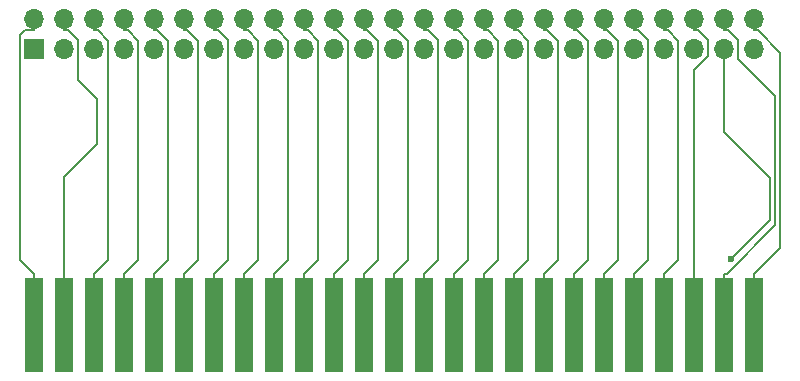
<source format=gbr>
%TF.GenerationSoftware,KiCad,Pcbnew,8.0.2-1*%
%TF.CreationDate,2024-07-05T22:00:38-03:00*%
%TF.ProjectId,msx-simple-proto,6d73782d-7369-46d7-906c-652d70726f74,0.1*%
%TF.SameCoordinates,Original*%
%TF.FileFunction,Copper,L2,Bot*%
%TF.FilePolarity,Positive*%
%FSLAX46Y46*%
G04 Gerber Fmt 4.6, Leading zero omitted, Abs format (unit mm)*
G04 Created by KiCad (PCBNEW 8.0.2-1) date 2024-07-05 22:00:38*
%MOMM*%
%LPD*%
G01*
G04 APERTURE LIST*
%TA.AperFunction,ConnectorPad*%
%ADD10R,1.500000X8.000000*%
%TD*%
%TA.AperFunction,ComponentPad*%
%ADD11O,1.700000X1.700000*%
%TD*%
%TA.AperFunction,ComponentPad*%
%ADD12R,1.700000X1.700000*%
%TD*%
%TA.AperFunction,ViaPad*%
%ADD13C,0.600000*%
%TD*%
%TA.AperFunction,Conductor*%
%ADD14C,0.200000*%
%TD*%
G04 APERTURE END LIST*
D10*
%TO.P,CART1,1*%
%TO.N,/CS1*%
X188492025Y-129867202D03*
%TO.P,CART1,3*%
%TO.N,/CS12*%
X185952025Y-129867202D03*
%TO.P,CART1,5*%
%TO.N,RSV*%
X183412025Y-129867202D03*
%TO.P,CART1,7*%
%TO.N,/WAIT*%
X180872025Y-129867202D03*
%TO.P,CART1,9*%
%TO.N,/M1*%
X178332025Y-129867202D03*
%TO.P,CART1,11*%
%TO.N,/IORQ*%
X175792025Y-129867202D03*
%TO.P,CART1,13*%
%TO.N,/WR*%
X173252025Y-129867202D03*
%TO.P,CART1,15*%
%TO.N,/RESET*%
X170712025Y-129867202D03*
%TO.P,CART1,17*%
%TO.N,A9*%
X168172025Y-129867202D03*
%TO.P,CART1,19*%
%TO.N,A11*%
X165632025Y-129867202D03*
%TO.P,CART1,21*%
%TO.N,A7*%
X163092025Y-129867202D03*
%TO.P,CART1,23*%
%TO.N,A12*%
X160552025Y-129867202D03*
%TO.P,CART1,25*%
%TO.N,A14*%
X158012025Y-129867202D03*
%TO.P,CART1,27*%
%TO.N,A1*%
X155472025Y-129867202D03*
%TO.P,CART1,29*%
%TO.N,A3*%
X152932025Y-129867202D03*
%TO.P,CART1,31*%
%TO.N,A5*%
X150392025Y-129867202D03*
%TO.P,CART1,33*%
%TO.N,D1*%
X147852025Y-129867202D03*
%TO.P,CART1,35*%
%TO.N,D3*%
X145312025Y-129867202D03*
%TO.P,CART1,37*%
%TO.N,D5*%
X142772025Y-129867202D03*
%TO.P,CART1,39*%
%TO.N,D7*%
X140232025Y-129867202D03*
%TO.P,CART1,41*%
%TO.N,GND*%
X137692025Y-129867202D03*
%TO.P,CART1,43*%
X135152025Y-129867202D03*
%TO.P,CART1,45*%
%TO.N,+5V*%
X132612025Y-129867202D03*
%TO.P,CART1,47*%
X130072025Y-129867202D03*
%TO.P,CART1,49*%
%TO.N,SOUNDIN*%
X127532025Y-129867202D03*
%TD*%
D11*
%TO.P,CONN1,1*%
%TO.N,/CS1*%
X188492000Y-104000000D03*
%TO.P,CONN1,2*%
%TO.N,/CS2*%
X188492000Y-106540000D03*
%TO.P,CONN1,3*%
%TO.N,/CS12*%
X185952000Y-104000000D03*
%TO.P,CONN1,4*%
%TO.N,/SLTSL*%
X185952000Y-106540000D03*
%TO.P,CONN1,5*%
%TO.N,RSV*%
X183412000Y-104000000D03*
%TO.P,CONN1,6*%
%TO.N,/RFSH*%
X183412000Y-106540000D03*
%TO.P,CONN1,7*%
%TO.N,/WAIT*%
X180872000Y-104000000D03*
%TO.P,CONN1,8*%
%TO.N,/INT*%
X180872000Y-106540000D03*
%TO.P,CONN1,9*%
%TO.N,/M1*%
X178332000Y-104000000D03*
%TO.P,CONN1,10*%
%TO.N,/BUSDIR*%
X178332000Y-106540000D03*
%TO.P,CONN1,11*%
%TO.N,/IORQ*%
X175792000Y-104000000D03*
%TO.P,CONN1,12*%
%TO.N,/MERQ*%
X175792000Y-106540000D03*
%TO.P,CONN1,13*%
%TO.N,/WR*%
X173252000Y-104000000D03*
%TO.P,CONN1,14*%
%TO.N,/RD*%
X173252000Y-106540000D03*
%TO.P,CONN1,15*%
%TO.N,/RESET*%
X170712000Y-104000000D03*
%TO.P,CONN1,16*%
%TO.N,RSV*%
X170712000Y-106540000D03*
%TO.P,CONN1,17*%
%TO.N,A9*%
X168172000Y-104000000D03*
%TO.P,CONN1,18*%
%TO.N,A15*%
X168172000Y-106540000D03*
%TO.P,CONN1,19*%
%TO.N,A11*%
X165632000Y-104000000D03*
%TO.P,CONN1,20*%
%TO.N,A10*%
X165632000Y-106540000D03*
%TO.P,CONN1,21*%
%TO.N,A7*%
X163092000Y-104000000D03*
%TO.P,CONN1,22*%
%TO.N,A6*%
X163092000Y-106540000D03*
%TO.P,CONN1,23*%
%TO.N,A12*%
X160552000Y-104000000D03*
%TO.P,CONN1,24*%
%TO.N,A8*%
X160552000Y-106540000D03*
%TO.P,CONN1,25*%
%TO.N,A14*%
X158012000Y-104000000D03*
%TO.P,CONN1,26*%
%TO.N,A13*%
X158012000Y-106540000D03*
%TO.P,CONN1,27*%
%TO.N,A1*%
X155472000Y-104000000D03*
%TO.P,CONN1,28*%
%TO.N,A0*%
X155472000Y-106540000D03*
%TO.P,CONN1,29*%
%TO.N,A3*%
X152932000Y-104000000D03*
%TO.P,CONN1,30*%
%TO.N,A2*%
X152932000Y-106540000D03*
%TO.P,CONN1,31*%
%TO.N,A5*%
X150392000Y-104000000D03*
%TO.P,CONN1,32*%
%TO.N,A4*%
X150392000Y-106540000D03*
%TO.P,CONN1,33*%
%TO.N,D1*%
X147852000Y-104000000D03*
%TO.P,CONN1,34*%
%TO.N,D0*%
X147852000Y-106540000D03*
%TO.P,CONN1,35*%
%TO.N,D3*%
X145312000Y-104000000D03*
%TO.P,CONN1,36*%
%TO.N,D2*%
X145312000Y-106540000D03*
%TO.P,CONN1,37*%
%TO.N,D5*%
X142772000Y-104000000D03*
%TO.P,CONN1,38*%
%TO.N,D4*%
X142772000Y-106540000D03*
%TO.P,CONN1,39*%
%TO.N,D7*%
X140232000Y-104000000D03*
%TO.P,CONN1,40*%
%TO.N,D6*%
X140232000Y-106540000D03*
%TO.P,CONN1,41*%
%TO.N,GND*%
X137692000Y-104000000D03*
%TO.P,CONN1,42*%
%TO.N,CLOCK*%
X137692000Y-106540000D03*
%TO.P,CONN1,43*%
%TO.N,GND*%
X135152000Y-104000000D03*
%TO.P,CONN1,44*%
%TO.N,SW*%
X135152000Y-106540000D03*
%TO.P,CONN1,45*%
%TO.N,+5V*%
X132612000Y-104000000D03*
%TO.P,CONN1,46*%
%TO.N,SW*%
X132612000Y-106540000D03*
%TO.P,CONN1,47*%
%TO.N,+5V*%
X130072000Y-104000000D03*
%TO.P,CONN1,48*%
%TO.N,+12V*%
X130072000Y-106540000D03*
%TO.P,CONN1,49*%
%TO.N,SOUNDIN*%
X127532000Y-104000000D03*
D12*
%TO.P,CONN1,50*%
%TO.N,-12V*%
X127532000Y-106540000D03*
%TD*%
D13*
%TO.N,/SLTSL*%
X186506600Y-124348600D03*
%TD*%
D14*
%TO.N,RSV*%
X183412000Y-103770000D02*
X183412000Y-104921700D01*
X183412000Y-104921700D02*
X183699900Y-104921700D01*
X183699900Y-104921700D02*
X184574400Y-105796200D01*
X183412000Y-108300000D02*
X183412000Y-129867200D01*
X184574400Y-107137600D02*
X183412000Y-108300000D01*
X184574400Y-105796200D02*
X184574400Y-107137600D01*
%TO.N,+5V*%
X132612000Y-103770000D02*
X132612000Y-104921700D01*
X130360000Y-104921700D02*
X131223700Y-105785400D01*
X132612000Y-129867200D02*
X132612000Y-125565500D01*
X130072000Y-117352000D02*
X130072000Y-129867200D01*
X132899900Y-104921700D02*
X133802600Y-105824400D01*
X133802600Y-105824400D02*
X133802600Y-124374900D01*
X130072000Y-103770000D02*
X130072000Y-104921700D01*
X131223700Y-109144100D02*
X132857800Y-110778200D01*
X132612000Y-104921700D02*
X132899900Y-104921700D01*
X133802600Y-124374900D02*
X132612000Y-125565500D01*
X130072000Y-104921700D02*
X130360000Y-104921700D01*
X132857800Y-110778200D02*
X132857800Y-114566200D01*
X131223700Y-105785400D02*
X131223700Y-109144100D01*
X132857800Y-114566200D02*
X130072000Y-117352000D01*
%TO.N,D7*%
X140232000Y-129867200D02*
X140232000Y-125565500D01*
X140500500Y-104921700D02*
X140232000Y-104921700D01*
X141393300Y-105814500D02*
X140500500Y-104921700D01*
X140232000Y-103770000D02*
X140232000Y-104921700D01*
X141393300Y-124404200D02*
X141393300Y-105814500D01*
X140232000Y-125565500D02*
X141393300Y-124404200D01*
%TO.N,D5*%
X142772000Y-104921700D02*
X143059900Y-104921700D01*
X142772000Y-103770000D02*
X142772000Y-104921700D01*
X143059900Y-104921700D02*
X143929300Y-105791100D01*
X143929300Y-105791100D02*
X143929300Y-124408200D01*
X143929300Y-124408200D02*
X142772000Y-125565500D01*
X142772000Y-129867200D02*
X142772000Y-125565500D01*
%TO.N,D3*%
X145599900Y-104921700D02*
X146502600Y-105824400D01*
X145312000Y-103770000D02*
X145312000Y-104921700D01*
X145312000Y-129867200D02*
X145312000Y-125565500D01*
X145312000Y-104921700D02*
X145599900Y-104921700D01*
X146502600Y-124374900D02*
X145312000Y-125565500D01*
X146502600Y-105824400D02*
X146502600Y-124374900D01*
%TO.N,D1*%
X147852000Y-129867200D02*
X147852000Y-125565500D01*
X147852000Y-104921700D02*
X148139900Y-104921700D01*
X148139900Y-104921700D02*
X149042600Y-105824400D01*
X147852000Y-103770000D02*
X147852000Y-104921700D01*
X149042600Y-105824400D02*
X149042600Y-124374900D01*
X149042600Y-124374900D02*
X147852000Y-125565500D01*
%TO.N,A5*%
X150392000Y-129867200D02*
X150392000Y-125565500D01*
X150392000Y-103770000D02*
X150392000Y-104921700D01*
X150392000Y-104921700D02*
X150679900Y-104921700D01*
X150679900Y-104921700D02*
X151582600Y-105824400D01*
X151582600Y-105824400D02*
X151582600Y-124374900D01*
X151582600Y-124374900D02*
X150392000Y-125565500D01*
%TO.N,A3*%
X153200500Y-104921700D02*
X152932000Y-104921700D01*
X154093300Y-105814500D02*
X153200500Y-104921700D01*
X154093300Y-124404200D02*
X154093300Y-105814500D01*
X152932000Y-125565500D02*
X154093300Y-124404200D01*
X152932000Y-103770000D02*
X152932000Y-104921700D01*
X152932000Y-129867200D02*
X152932000Y-125565500D01*
%TO.N,A1*%
X155740500Y-104921700D02*
X156633300Y-105814500D01*
X155472000Y-103770000D02*
X155472000Y-104921700D01*
X155472000Y-104921700D02*
X155740500Y-104921700D01*
X156633300Y-105814500D02*
X156633300Y-124404200D01*
X156633300Y-124404200D02*
X155472000Y-125565500D01*
X155472000Y-129867200D02*
X155472000Y-125565500D01*
%TO.N,A14*%
X158012000Y-129867200D02*
X158012000Y-125565500D01*
X159173300Y-105814500D02*
X159173300Y-124404200D01*
X158280500Y-104921700D02*
X159173300Y-105814500D01*
X159173300Y-124404200D02*
X158012000Y-125565500D01*
X158012000Y-103770000D02*
X158012000Y-104921700D01*
X158012000Y-104921700D02*
X158280500Y-104921700D01*
%TO.N,A12*%
X161709300Y-124408200D02*
X160552000Y-125565500D01*
X160839900Y-104921700D02*
X161709300Y-105791100D01*
X161709300Y-105791100D02*
X161709300Y-124408200D01*
X160552000Y-104921700D02*
X160839900Y-104921700D01*
X160552000Y-129867200D02*
X160552000Y-125565500D01*
X160552000Y-103770000D02*
X160552000Y-104921700D01*
%TO.N,A7*%
X163379900Y-104921700D02*
X164282600Y-105824400D01*
X163092000Y-129867200D02*
X163092000Y-125565500D01*
X164282600Y-105824400D02*
X164282600Y-124374900D01*
X163092000Y-103770000D02*
X163092000Y-104921700D01*
X164282600Y-124374900D02*
X163092000Y-125565500D01*
X163092000Y-104921700D02*
X163379900Y-104921700D01*
%TO.N,A11*%
X166822600Y-124374900D02*
X165632000Y-125565500D01*
X165632000Y-129867200D02*
X165632000Y-125565500D01*
X166822600Y-105824400D02*
X166822600Y-124374900D01*
X165632000Y-103770000D02*
X165632000Y-104921700D01*
X165919900Y-104921700D02*
X166822600Y-105824400D01*
X165632000Y-104921700D02*
X165919900Y-104921700D01*
%TO.N,A9*%
X168172000Y-103770000D02*
X168172000Y-104921700D01*
X169362600Y-124374900D02*
X168172000Y-125565500D01*
X168172000Y-129867200D02*
X168172000Y-125565500D01*
X168172000Y-104921700D02*
X168459900Y-104921700D01*
X169362600Y-105824400D02*
X169362600Y-124374900D01*
X168459900Y-104921700D02*
X169362600Y-105824400D01*
%TO.N,/CS12*%
X190268500Y-110506700D02*
X190268500Y-121467300D01*
X187103700Y-107341900D02*
X190268500Y-110506700D01*
X187103700Y-105785400D02*
X187103700Y-107341900D01*
X185952000Y-129867200D02*
X185952000Y-125565500D01*
X186240000Y-104921700D02*
X187103700Y-105785400D01*
X190268500Y-121467300D02*
X186170300Y-125565500D01*
X185952000Y-103770000D02*
X185952000Y-104921700D01*
X185952000Y-104921700D02*
X186240000Y-104921700D01*
X186170300Y-125565500D02*
X185952000Y-125565500D01*
%TO.N,/CS1*%
X188492000Y-103770000D02*
X188492000Y-104921700D01*
X188779900Y-104921700D02*
X188492000Y-104921700D01*
X188492000Y-129867200D02*
X188492000Y-125565500D01*
X188492000Y-125565500D02*
X190695800Y-123361700D01*
X190695800Y-106837600D02*
X188779900Y-104921700D01*
X190695800Y-123361700D02*
X190695800Y-106837600D01*
%TO.N,/WAIT*%
X182062600Y-124374900D02*
X180872000Y-125565500D01*
X180872000Y-103770000D02*
X180872000Y-104921700D01*
X180872000Y-129867200D02*
X180872000Y-125565500D01*
X181159900Y-104921700D02*
X182062600Y-105824400D01*
X182062600Y-105824400D02*
X182062600Y-124374900D01*
X180872000Y-104921700D02*
X181159900Y-104921700D01*
%TO.N,/M1*%
X179489300Y-105791100D02*
X179489300Y-124408200D01*
X178332000Y-103770000D02*
X178332000Y-104921700D01*
X178332000Y-104921700D02*
X178619900Y-104921700D01*
X178332000Y-129867200D02*
X178332000Y-125565500D01*
X179489300Y-124408200D02*
X178332000Y-125565500D01*
X178619900Y-104921700D02*
X179489300Y-105791100D01*
%TO.N,/IORQ*%
X176060500Y-104921700D02*
X175792000Y-104921700D01*
X175792000Y-103770000D02*
X175792000Y-104921700D01*
X176953300Y-124404200D02*
X176953300Y-105814500D01*
X175792000Y-125565500D02*
X176953300Y-124404200D01*
X175792000Y-129867200D02*
X175792000Y-125565500D01*
X176953300Y-105814500D02*
X176060500Y-104921700D01*
%TO.N,/WR*%
X174413300Y-124404200D02*
X174413300Y-105814500D01*
X173252000Y-103770000D02*
X173252000Y-104921700D01*
X173252000Y-129867200D02*
X173252000Y-125565500D01*
X174413300Y-105814500D02*
X173520500Y-104921700D01*
X173520500Y-104921700D02*
X173252000Y-104921700D01*
X173252000Y-125565500D02*
X174413300Y-124404200D01*
%TO.N,/RESET*%
X171873300Y-124404200D02*
X170712000Y-125565500D01*
X170712000Y-129867200D02*
X170712000Y-125565500D01*
X170712000Y-104921700D02*
X170980500Y-104921700D01*
X170980500Y-104921700D02*
X171873300Y-105814500D01*
X171873300Y-105814500D02*
X171873300Y-124404200D01*
X170712000Y-103770000D02*
X170712000Y-104921700D01*
%TO.N,SOUNDIN*%
X126740200Y-104921700D02*
X126350600Y-105311300D01*
X126350600Y-124384100D02*
X127532000Y-125565500D01*
X126350600Y-105311300D02*
X126350600Y-124384100D01*
X127532000Y-104921700D02*
X126740200Y-104921700D01*
X127532000Y-129867200D02*
X127532000Y-125565500D01*
X127532000Y-103770000D02*
X127532000Y-104921700D01*
%TO.N,/SLTSL*%
X185952000Y-113564300D02*
X189866800Y-117479100D01*
X189866800Y-120988400D02*
X186506600Y-124348600D01*
X185952000Y-106310000D02*
X185952000Y-113564300D01*
X189866800Y-117479100D02*
X189866800Y-120988400D01*
%TO.N,GND*%
X135152000Y-129867200D02*
X135152000Y-125565500D01*
X137692000Y-103770000D02*
X137692000Y-104921700D01*
X138853300Y-105814500D02*
X137960500Y-104921700D01*
X136342600Y-124374900D02*
X135152000Y-125565500D01*
X135152000Y-103770000D02*
X135152000Y-104921700D01*
X135439900Y-104921700D02*
X136342600Y-105824400D01*
X138853300Y-124404200D02*
X138853300Y-105814500D01*
X137692000Y-129867200D02*
X137692000Y-125565500D01*
X137960500Y-104921700D02*
X137692000Y-104921700D01*
X136342600Y-105824400D02*
X136342600Y-124374900D01*
X137692000Y-125565500D02*
X138853300Y-124404200D01*
X135152000Y-104921700D02*
X135439900Y-104921700D01*
%TD*%
M02*

</source>
